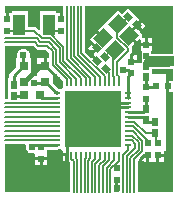
<source format=gtl>
G04 Layer_Physical_Order=1*
G04 Layer_Color=255*
%FSLAX24Y24*%
%MOIN*%
G70*
G01*
G75*
%ADD10R,0.0217X0.0236*%
%ADD11O,0.0256X0.0079*%
%ADD12O,0.0079X0.0256*%
%ADD13R,0.1850X0.1850*%
G04:AMPARAMS|DCode=14|XSize=47.2mil|YSize=43.3mil|CornerRadius=0mil|HoleSize=0mil|Usage=FLASHONLY|Rotation=225.000|XOffset=0mil|YOffset=0mil|HoleType=Round|Shape=Rectangle|*
%AMROTATEDRECTD14*
4,1,4,0.0014,0.0320,0.0320,0.0014,-0.0014,-0.0320,-0.0320,-0.0014,0.0014,0.0320,0.0*
%
%ADD14ROTATEDRECTD14*%

%ADD15R,0.0295X0.0315*%
%ADD16R,0.0197X0.0256*%
%ADD17R,0.0315X0.0295*%
%ADD18R,0.0197X0.0236*%
%ADD19R,0.0394X0.0709*%
%ADD20R,0.0400X0.0370*%
G04:AMPARAMS|DCode=21|XSize=19.7mil|YSize=23.6mil|CornerRadius=0mil|HoleSize=0mil|Usage=FLASHONLY|Rotation=45.000|XOffset=0mil|YOffset=0mil|HoleType=Round|Shape=Rectangle|*
%AMROTATEDRECTD21*
4,1,4,0.0014,-0.0153,-0.0153,0.0014,-0.0014,0.0153,0.0153,-0.0014,0.0014,-0.0153,0.0*
%
%ADD21ROTATEDRECTD21*%

%ADD22R,0.0236X0.0197*%
%ADD23C,0.0060*%
%ADD24C,0.0090*%
%ADD25C,0.0150*%
%ADD26C,0.0080*%
%ADD27C,0.0370*%
%ADD28C,0.0260*%
%ADD29C,0.0240*%
G36*
X-1006Y1282D02*
X-1006Y1280D01*
Y1102D01*
X-1004Y1080D01*
X-1003Y1075D01*
X-1025Y1025D01*
X-1075Y1003D01*
X-1080Y1004D01*
X-1102Y1006D01*
X-1125D01*
X-1333Y1213D01*
Y1492D01*
X-1333D01*
Y1528D01*
X-1295Y1559D01*
X-1286Y1562D01*
X-1006Y1282D01*
D02*
G37*
G36*
X-1902Y2358D02*
X-1887Y2344D01*
X-1869Y2334D01*
X-1850Y2326D01*
X-1830Y2321D01*
X-1810Y2320D01*
X-1574D01*
X-1470Y2216D01*
Y2023D01*
X-1540D01*
Y1776D01*
X-1590D01*
Y1726D01*
X-1847D01*
Y1528D01*
X-1847D01*
Y1492D01*
X-1870Y1451D01*
X-1891Y1435D01*
X-1897Y1434D01*
X-1921Y1439D01*
X-1950Y1440D01*
X-1979Y1439D01*
X-1993Y1436D01*
X-2019Y1451D01*
X-2043Y1492D01*
Y1528D01*
X-2043D01*
X-2043Y1542D01*
Y2023D01*
X-2064D01*
X-2097Y2073D01*
X-2091Y2101D01*
X-2090Y2130D01*
X-2091Y2159D01*
X-2097Y2187D01*
X-2106Y2214D01*
X-2119Y2240D01*
X-2135Y2264D01*
X-2154Y2286D01*
X-2176Y2305D01*
X-2200Y2321D01*
X-2226Y2334D01*
X-2253Y2343D01*
X-2281Y2349D01*
X-2310Y2350D01*
X-2339Y2349D01*
X-2367Y2343D01*
X-2394Y2334D01*
X-2420Y2321D01*
X-2444Y2305D01*
X-2466Y2286D01*
X-2485Y2264D01*
X-2501Y2240D01*
X-2514Y2214D01*
X-2523Y2187D01*
X-2529Y2159D01*
X-2530Y2130D01*
X-2529Y2101D01*
X-2523Y2073D01*
X-2556Y2023D01*
X-2557D01*
Y1738D01*
X-2743Y1553D01*
X-2758Y1535D01*
X-2770Y1516D01*
X-2778Y1495D01*
X-2784Y1473D01*
X-2785Y1450D01*
Y1375D01*
X-2838D01*
Y919D01*
Y680D01*
X-2910D01*
Y2440D01*
X-1984D01*
X-1902Y2358D01*
D02*
G37*
G36*
X2670Y1288D02*
X2547D01*
Y1090D01*
Y892D01*
X2670D01*
Y-2430D01*
X1500D01*
Y-1396D01*
X1595Y-1301D01*
X1642Y-1321D01*
Y-1415D01*
X1790D01*
Y-1197D01*
X1890D01*
Y-1415D01*
X2120D01*
Y-1197D01*
X2170D01*
Y-1147D01*
X2368D01*
Y-1070D01*
X2430D01*
Y892D01*
X2447D01*
Y1090D01*
Y1288D01*
X2430D01*
Y1500D01*
X1990D01*
Y1679D01*
X2510D01*
X2517Y1679D01*
X2670D01*
Y1288D01*
D02*
G37*
G36*
X-2228Y-889D02*
X-2229Y-891D01*
X-2230Y-920D01*
X-2229Y-949D01*
X-2223Y-977D01*
X-2214Y-1004D01*
X-2201Y-1030D01*
X-2185Y-1054D01*
X-2166Y-1076D01*
X-2144Y-1095D01*
X-2120Y-1111D01*
X-2094Y-1124D01*
X-2067Y-1133D01*
X-2039Y-1139D01*
X-2010Y-1140D01*
X-1981Y-1139D01*
X-1968Y-1136D01*
X-1965Y-1136D01*
X-1934Y-1156D01*
X-1918Y-1174D01*
Y-1267D01*
X-1522D01*
Y-1012D01*
X-1181D01*
X-1158Y-1010D01*
X-1142Y-1006D01*
X-1102D01*
X-1080Y-1004D01*
X-1075Y-1003D01*
X-1025Y-1025D01*
X-1003Y-1075D01*
X-1004Y-1080D01*
X-1006Y-1102D01*
Y-1141D01*
X-866D01*
Y-1191D01*
X-848D01*
Y-1280D01*
X-847Y-1301D01*
X-842Y-1323D01*
X-838Y-1332D01*
X-837Y-1338D01*
X-833Y-1358D01*
X-825Y-1376D01*
X-816Y-1391D01*
Y-1410D01*
X-805Y-1405D01*
X-801Y-1409D01*
X-760Y-1450D01*
Y-2430D01*
X-2910D01*
Y-839D01*
X-2263D01*
X-2228Y-889D01*
D02*
G37*
G36*
X850Y-2245D02*
X880D01*
Y-2430D01*
X711D01*
Y-2245D01*
X750D01*
Y-2027D01*
X850D01*
Y-2245D01*
D02*
G37*
G36*
X2670Y2169D02*
X2517D01*
X2510Y2170D01*
X1948D01*
Y2269D01*
X1988D01*
Y2437D01*
X1790D01*
X1592D01*
Y2269D01*
X1632D01*
Y1982D01*
X1631Y1979D01*
X1626Y1952D01*
X1625Y1924D01*
X1625Y1910D01*
X1605Y1879D01*
X1582Y1860D01*
X1488D01*
Y1867D01*
X1290D01*
Y1967D01*
X1488D01*
Y2135D01*
X1275D01*
X1256Y2181D01*
X1262Y2188D01*
X1275Y2203D01*
X1286Y2221D01*
X1294Y2240D01*
X1299Y2260D01*
X1300Y2280D01*
Y2360D01*
X1299Y2380D01*
X1294Y2400D01*
X1292Y2405D01*
X1410Y2523D01*
X1186Y2746D01*
X1257Y2817D01*
X1481Y2593D01*
X1545Y2658D01*
X1592Y2639D01*
Y2537D01*
X1740D01*
Y2705D01*
X1658D01*
X1639Y2751D01*
X1683Y2796D01*
X1558Y2921D01*
X1578Y2941D01*
X1424Y3095D01*
X1459Y3131D01*
X1424Y3166D01*
X1564Y3306D01*
X1445Y3425D01*
X1167Y3704D01*
X971Y3508D01*
X846Y3633D01*
X372Y3160D01*
X170Y2957D01*
X394Y2734D01*
X323Y2663D01*
X99Y2887D01*
X-103Y2684D01*
X22Y2559D01*
X12Y2549D01*
X166Y2395D01*
X131Y2359D01*
X166Y2324D01*
X26Y2184D01*
X56Y2153D01*
X32Y2129D01*
X186Y1975D01*
X115Y1904D01*
X-39Y2058D01*
X-47Y2050D01*
X-250Y2252D01*
Y3770D01*
X2670D01*
Y2169D01*
D02*
G37*
G36*
X-990Y3555D02*
X-1000D01*
Y3337D01*
X-1100D01*
Y3555D01*
X-1161D01*
Y3594D01*
X-1755D01*
Y2994D01*
X-1801Y2975D01*
X-1861Y3035D01*
X-1876Y3049D01*
X-1894Y3059D01*
X-1913Y3067D01*
X-1933Y3072D01*
X-1953Y3074D01*
X-2145D01*
Y3594D01*
X-2739D01*
Y3555D01*
X-2800D01*
Y3337D01*
X-2900D01*
Y3555D01*
X-2910D01*
Y3770D01*
X-990D01*
Y3555D01*
D02*
G37*
%LPC*%
G36*
X-1640Y2023D02*
X-1847D01*
Y1826D01*
X-1640D01*
Y2023D01*
D02*
G37*
G36*
X2368Y-1247D02*
X2220D01*
Y-1415D01*
X2368D01*
Y-1247D01*
D02*
G37*
G36*
X-1522Y-1367D02*
X-1670D01*
Y-1535D01*
X-1522D01*
Y-1367D01*
D02*
G37*
G36*
X-1770D02*
X-1918D01*
Y-1535D01*
X-1770D01*
Y-1367D01*
D02*
G37*
G36*
X-916Y-1241D02*
X-1006D01*
Y-1280D01*
X-1004Y-1301D01*
X-999Y-1323D01*
X-991Y-1343D01*
X-979Y-1362D01*
X-965Y-1378D01*
X-948Y-1393D01*
X-930Y-1404D01*
X-916Y-1410D01*
Y-1241D01*
D02*
G37*
G36*
X1635Y3236D02*
X1530Y3131D01*
X1649Y3012D01*
X1754Y3117D01*
X1635Y3236D01*
D02*
G37*
G36*
X1988Y2705D02*
X1840D01*
Y2537D01*
X1988D01*
Y2705D01*
D02*
G37*
G36*
X-59Y2478D02*
X-164Y2373D01*
X-45Y2254D01*
X60Y2359D01*
X-59Y2478D01*
D02*
G37*
%LPD*%
D10*
X800Y-2027D02*
D03*
Y-1633D02*
D03*
D11*
X-1191Y866D02*
D03*
Y709D02*
D03*
Y551D02*
D03*
Y394D02*
D03*
Y236D02*
D03*
Y79D02*
D03*
Y-79D02*
D03*
Y-236D02*
D03*
Y-394D02*
D03*
Y-551D02*
D03*
Y-709D02*
D03*
Y-866D02*
D03*
X1191D02*
D03*
Y-709D02*
D03*
Y-551D02*
D03*
Y-394D02*
D03*
Y-236D02*
D03*
Y-79D02*
D03*
Y79D02*
D03*
Y236D02*
D03*
Y394D02*
D03*
Y551D02*
D03*
Y709D02*
D03*
Y866D02*
D03*
D12*
X-866Y-1191D02*
D03*
X-709D02*
D03*
X-551D02*
D03*
X-394D02*
D03*
X-236D02*
D03*
X-79D02*
D03*
X79D02*
D03*
X236D02*
D03*
X394D02*
D03*
X551D02*
D03*
X709D02*
D03*
X866D02*
D03*
Y1191D02*
D03*
X709D02*
D03*
X551D02*
D03*
X394D02*
D03*
X236D02*
D03*
X79D02*
D03*
X-79D02*
D03*
X-236D02*
D03*
X-394D02*
D03*
X-551D02*
D03*
X-709D02*
D03*
X-866D02*
D03*
D13*
X-0Y0D02*
D03*
D14*
X1221Y2782D02*
D03*
X832Y3171D02*
D03*
X748Y2308D02*
D03*
X358Y2698D02*
D03*
D15*
X-1774Y800D02*
D03*
X-2306D02*
D03*
D16*
X-2640Y1147D02*
D03*
Y773D02*
D03*
X1790Y347D02*
D03*
Y-27D02*
D03*
X2070Y-103D02*
D03*
Y-477D02*
D03*
X1790Y1767D02*
D03*
Y1393D02*
D03*
D17*
X-2300Y1244D02*
D03*
Y1776D02*
D03*
X-1590Y1244D02*
D03*
Y1776D02*
D03*
D18*
X-2850Y3337D02*
D03*
Y2943D02*
D03*
X2170Y-803D02*
D03*
Y-1197D02*
D03*
X1790Y673D02*
D03*
Y1067D02*
D03*
Y2093D02*
D03*
Y2487D02*
D03*
X1290Y1523D02*
D03*
Y1917D02*
D03*
X1840Y-803D02*
D03*
Y-1197D02*
D03*
X-1720Y-923D02*
D03*
Y-1317D02*
D03*
X-1050Y3337D02*
D03*
Y2943D02*
D03*
D19*
X-1458Y3140D02*
D03*
X-2442D02*
D03*
D20*
X2510Y1924D02*
D03*
D21*
X1181Y3409D02*
D03*
X1459Y3131D02*
D03*
X409Y2081D02*
D03*
X131Y2359D02*
D03*
X429Y1661D02*
D03*
X151Y1939D02*
D03*
D22*
X2103Y1090D02*
D03*
X2497D02*
D03*
D23*
X-1810Y2450D02*
X-1520D01*
X-2920Y2570D02*
X-1930D01*
X-1810Y2450D01*
X-1750Y2570D02*
X-1470D01*
X-2920Y2690D02*
X-1870D01*
X-1750Y2570D01*
X-2850Y2943D02*
X-1953D01*
X-1700Y2690D01*
X-1420D01*
X-1261Y2943D02*
X-1050D01*
X-1465Y2905D02*
X-980Y2420D01*
Y1949D02*
Y2420D01*
X-1420Y2690D02*
X-1100Y2370D01*
Y1900D02*
Y2370D01*
X-1220Y1850D02*
Y2320D01*
X-1470Y2570D02*
X-1220Y2320D01*
X-1340Y1800D02*
Y2270D01*
X-1520Y2450D02*
X-1340Y2270D01*
X1840Y-803D02*
Y-735D01*
X1342Y-236D02*
X1840Y-735D01*
X1181Y-236D02*
X1342D01*
X1329Y-394D02*
X1649Y-713D01*
Y-1064D02*
Y-713D01*
X1370Y-1342D02*
X1649Y-1064D01*
X1181Y-394D02*
X1329D01*
X1317Y-551D02*
X1529Y-763D01*
Y-1014D02*
Y-763D01*
X1250Y-1293D02*
X1529Y-1014D01*
X1181Y-551D02*
X1317D01*
X1305Y-709D02*
X1409Y-813D01*
X1130Y-1243D02*
X1409Y-964D01*
Y-813D01*
X1181Y-709D02*
X1305D01*
X801Y1911D02*
X1170Y2280D01*
X801Y1489D02*
Y1911D01*
Y1489D02*
X866Y1424D01*
Y1191D02*
Y1424D01*
X681Y1439D02*
Y2241D01*
Y1439D02*
X709Y1411D01*
X681Y2241D02*
X709Y2269D01*
X748Y2308D01*
X709Y2269D02*
Y2290D01*
Y1181D02*
Y1191D01*
X709D02*
Y1411D01*
X618Y2290D02*
X709D01*
X1170Y2280D02*
Y2360D01*
X409Y2081D02*
X618Y2290D01*
X810Y3038D02*
X1181Y3409D01*
X810Y2720D02*
Y3038D01*
Y2720D02*
X1170Y2360D01*
X-380Y2198D02*
Y3779D01*
Y2198D02*
X394Y1424D01*
X-500Y2148D02*
Y3779D01*
Y2148D02*
X236Y1412D01*
X-620Y2099D02*
Y3779D01*
Y2099D02*
X79Y1400D01*
X-740Y2049D02*
Y3779D01*
Y2049D02*
X-79Y1388D01*
X-860Y1999D02*
Y3779D01*
Y1999D02*
X-236Y1375D01*
X-980Y1949D02*
X-394Y1363D01*
X-1100Y1900D02*
X-551Y1351D01*
X-1220Y1850D02*
X-709Y1339D01*
X-1340Y1800D02*
X-866Y1326D01*
Y1181D02*
Y1326D01*
X394Y1181D02*
Y1424D01*
X236Y1181D02*
Y1412D01*
X79Y1181D02*
Y1400D01*
X-79Y1181D02*
Y1388D01*
X-236Y1181D02*
Y1375D01*
X-394Y1181D02*
Y1363D01*
X-551Y1181D02*
Y1351D01*
X-709Y1181D02*
Y1339D01*
X1010Y-1193D02*
X1181Y-1022D01*
X-2920Y550D02*
X-1220D01*
X1181Y-1022D02*
Y-866D01*
X-2920Y394D02*
X-1181D01*
X-2920Y236D02*
X-1181D01*
X-2920Y79D02*
X-1181D01*
X-2920Y-79D02*
X-1181D01*
X-2920Y-236D02*
X-1181D01*
X-2920Y-394D02*
X-1181D01*
X-2920Y-551D02*
X-1181D01*
X-2920Y-709D02*
X-1181D01*
X-709Y-1191D02*
Y-1181D01*
X-630Y-2440D02*
Y-1396D01*
X-709Y-1317D02*
X-630Y-1396D01*
X-709Y-1317D02*
Y-1191D01*
X-510Y-2440D02*
Y-1347D01*
X-551Y-1305D02*
X-510Y-1347D01*
X-551Y-1305D02*
Y-1191D01*
X-390Y-2440D02*
Y-1282D01*
X-394Y-1278D02*
X-390Y-1282D01*
X-394Y-1278D02*
Y-1191D01*
X-236Y-1296D02*
Y-1191D01*
X-270Y-2440D02*
Y-1329D01*
X-236Y-1296D01*
X-150Y-1379D02*
X-79Y-1308D01*
X-150Y-2440D02*
Y-1379D01*
X-29Y-1428D02*
X79Y-1321D01*
X-29Y-2440D02*
Y-1428D01*
X91Y-1478D02*
X236Y-1333D01*
X91Y-2440D02*
Y-1478D01*
X-79Y-1308D02*
Y-1191D01*
X580Y-1669D02*
X866Y-1383D01*
X580Y-2440D02*
Y-1669D01*
X866Y-1191D02*
Y-1181D01*
X866Y-1383D02*
Y-1191D01*
X460Y-1619D02*
X709Y-1371D01*
X709Y-1191D02*
Y-1181D01*
X460Y-2440D02*
Y-1619D01*
X709Y-1371D02*
Y-1191D01*
X340Y-1569D02*
X551Y-1358D01*
X551Y-1191D02*
Y-1181D01*
X340Y-2440D02*
Y-1569D01*
X551Y-1358D02*
Y-1191D01*
X220Y-2440D02*
Y-1519D01*
X394Y-1346D01*
X394Y-1191D02*
Y-1181D01*
X394Y-1346D02*
Y-1191D01*
X236D02*
Y-1181D01*
X236Y-1333D02*
Y-1191D01*
X79D02*
Y-1181D01*
X79Y-1321D02*
Y-1191D01*
X-79D02*
Y-1181D01*
X-394Y-1191D02*
Y-1181D01*
X1370Y-2440D02*
Y-1342D01*
X1250Y-2440D02*
Y-1293D01*
X1130Y-2440D02*
Y-1243D01*
X1010Y-2440D02*
Y-1193D01*
D24*
X-1590Y1776D02*
X-1215Y1425D01*
X1590Y-1420D02*
Y-1313D01*
X1706Y-1197D01*
X1840D01*
X1410Y2250D02*
X1420D01*
X1390D02*
X1410D01*
X1221Y2782D02*
X1410Y2593D01*
Y2250D02*
Y2593D01*
X-2310Y1240D02*
Y1310D01*
X-1950Y1220D02*
X-1545D01*
X-1191Y866D01*
X1163Y1650D02*
X1290Y1523D01*
X1020Y1650D02*
X1163D01*
X1221Y2893D02*
X1459Y3131D01*
X1221Y2782D02*
Y2893D01*
X-2640Y1450D02*
X-2310Y1780D01*
X-2640Y1147D02*
Y1450D01*
X-2630Y783D02*
X-2313D01*
X-2310Y1780D02*
Y2130D01*
X-1996Y-866D02*
X-1181D01*
X1181Y709D02*
Y1414D01*
X1290Y1523D01*
X-1770Y780D02*
X-1699Y709D01*
X-1181Y709D01*
X394Y394D02*
X1181D01*
X551Y551D02*
X1181D01*
X-866Y-1181D02*
Y-866D01*
X0Y0D01*
X1290Y1917D02*
Y2150D01*
X1390Y2250D01*
X-866Y-1428D02*
Y-1191D01*
X-920Y-1482D02*
X-866Y-1428D01*
X1790Y2487D02*
Y2840D01*
X1866Y-103D02*
X2070D01*
X1679Y236D02*
X1790Y347D01*
X1684Y79D02*
X1866Y-103D01*
X1790Y347D02*
Y683D01*
X1181Y236D02*
X1679D01*
X1181Y79D02*
X1684D01*
X1793Y1070D02*
X2133D01*
X1790Y1067D02*
Y1393D01*
D25*
X-1769Y1776D02*
X-1590D01*
X-2300Y1244D02*
X-1769Y1776D01*
D26*
X551Y1181D02*
Y1539D01*
X429Y1661D02*
X551Y1539D01*
X1766Y-477D02*
X2070D01*
X2120Y-803D02*
Y-527D01*
X2070Y-477D02*
X2120Y-527D01*
X1368Y-79D02*
X1766Y-477D01*
X1181Y-79D02*
X1368D01*
D27*
X1870Y1924D02*
X2510D01*
D28*
X-709Y709D02*
D03*
X-236D02*
D03*
X236D02*
D03*
X709D02*
D03*
X-709Y236D02*
D03*
X-236D02*
D03*
X236D02*
D03*
X709D02*
D03*
X-709Y-236D02*
D03*
X-236D02*
D03*
X236D02*
D03*
X709D02*
D03*
X-709Y-709D02*
D03*
X-236D02*
D03*
X236D02*
D03*
X709D02*
D03*
D29*
X-1950Y3190D02*
D03*
X2070Y3400D02*
D03*
X-130Y3650D02*
D03*
X2550D02*
D03*
X-2790D02*
D03*
X-1110D02*
D03*
X-1590Y2130D02*
D03*
X-1200Y1290D02*
D03*
X-2790Y-960D02*
D03*
X-2790Y-2310D02*
D03*
X40Y2980D02*
D03*
X-2310Y2130D02*
D03*
X-1950Y1220D02*
D03*
X2550Y-1480D02*
D03*
X1620Y-1480D02*
D03*
X-2010Y-920D02*
D03*
X-70Y2190D02*
D03*
X1020Y1650D02*
D03*
X-1120Y-1200D02*
D03*
X1410Y2250D02*
D03*
X-2020Y-1320D02*
D03*
X-2610Y2130D02*
D03*
X1730Y2880D02*
D03*
X2550Y1550D02*
D03*
Y2290D02*
D03*
Y-2310D02*
D03*
X1620D02*
D03*
X-880D02*
D03*
X2550Y700D02*
D03*
X800Y-2310D02*
D03*
M02*

</source>
